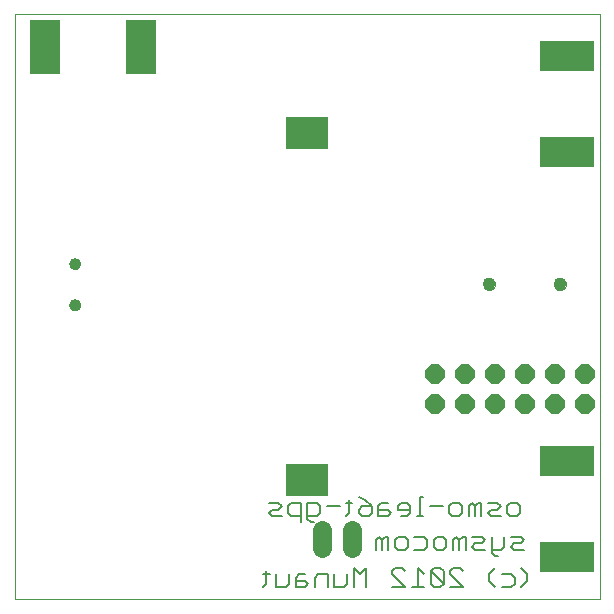
<source format=gbs>
G75*
G70*
%OFA0B0*%
%FSLAX24Y24*%
%IPPOS*%
%LPD*%
%AMOC8*
5,1,8,0,0,1.08239X$1,22.5*
%
%ADD10C,0.0000*%
%ADD11C,0.0060*%
%ADD12R,0.1040X0.1840*%
%ADD13R,0.1840X0.1040*%
%ADD14C,0.0394*%
%ADD15R,0.1418X0.1064*%
%ADD16C,0.0434*%
%ADD17OC8,0.0640*%
%ADD18C,0.0634*%
D10*
X000675Y000300D02*
X000675Y019800D01*
X020175Y019800D01*
X020175Y000300D01*
X000675Y000300D01*
X002498Y010111D02*
X002500Y010137D01*
X002506Y010163D01*
X002516Y010188D01*
X002529Y010211D01*
X002545Y010231D01*
X002565Y010249D01*
X002587Y010264D01*
X002610Y010276D01*
X002636Y010284D01*
X002662Y010288D01*
X002688Y010288D01*
X002714Y010284D01*
X002740Y010276D01*
X002764Y010264D01*
X002785Y010249D01*
X002805Y010231D01*
X002821Y010211D01*
X002834Y010188D01*
X002844Y010163D01*
X002850Y010137D01*
X002852Y010111D01*
X002850Y010085D01*
X002844Y010059D01*
X002834Y010034D01*
X002821Y010011D01*
X002805Y009991D01*
X002785Y009973D01*
X002763Y009958D01*
X002740Y009946D01*
X002714Y009938D01*
X002688Y009934D01*
X002662Y009934D01*
X002636Y009938D01*
X002610Y009946D01*
X002586Y009958D01*
X002565Y009973D01*
X002545Y009991D01*
X002529Y010011D01*
X002516Y010034D01*
X002506Y010059D01*
X002500Y010085D01*
X002498Y010111D01*
X002498Y011489D02*
X002500Y011515D01*
X002506Y011541D01*
X002516Y011566D01*
X002529Y011589D01*
X002545Y011609D01*
X002565Y011627D01*
X002587Y011642D01*
X002610Y011654D01*
X002636Y011662D01*
X002662Y011666D01*
X002688Y011666D01*
X002714Y011662D01*
X002740Y011654D01*
X002764Y011642D01*
X002785Y011627D01*
X002805Y011609D01*
X002821Y011589D01*
X002834Y011566D01*
X002844Y011541D01*
X002850Y011515D01*
X002852Y011489D01*
X002850Y011463D01*
X002844Y011437D01*
X002834Y011412D01*
X002821Y011389D01*
X002805Y011369D01*
X002785Y011351D01*
X002763Y011336D01*
X002740Y011324D01*
X002714Y011316D01*
X002688Y011312D01*
X002662Y011312D01*
X002636Y011316D01*
X002610Y011324D01*
X002586Y011336D01*
X002565Y011351D01*
X002545Y011369D01*
X002529Y011389D01*
X002516Y011412D01*
X002506Y011437D01*
X002500Y011463D01*
X002498Y011489D01*
X000800Y019800D02*
X005800Y019800D01*
X016297Y010800D02*
X016299Y010827D01*
X016305Y010854D01*
X016314Y010880D01*
X016327Y010904D01*
X016343Y010927D01*
X016362Y010946D01*
X016384Y010963D01*
X016408Y010977D01*
X016433Y010987D01*
X016460Y010994D01*
X016487Y010997D01*
X016515Y010996D01*
X016542Y010991D01*
X016568Y010983D01*
X016592Y010971D01*
X016615Y010955D01*
X016636Y010937D01*
X016653Y010916D01*
X016668Y010892D01*
X016679Y010867D01*
X016687Y010841D01*
X016691Y010814D01*
X016691Y010786D01*
X016687Y010759D01*
X016679Y010733D01*
X016668Y010708D01*
X016653Y010684D01*
X016636Y010663D01*
X016615Y010645D01*
X016593Y010629D01*
X016568Y010617D01*
X016542Y010609D01*
X016515Y010604D01*
X016487Y010603D01*
X016460Y010606D01*
X016433Y010613D01*
X016408Y010623D01*
X016384Y010637D01*
X016362Y010654D01*
X016343Y010673D01*
X016327Y010696D01*
X016314Y010720D01*
X016305Y010746D01*
X016299Y010773D01*
X016297Y010800D01*
X018659Y010800D02*
X018661Y010827D01*
X018667Y010854D01*
X018676Y010880D01*
X018689Y010904D01*
X018705Y010927D01*
X018724Y010946D01*
X018746Y010963D01*
X018770Y010977D01*
X018795Y010987D01*
X018822Y010994D01*
X018849Y010997D01*
X018877Y010996D01*
X018904Y010991D01*
X018930Y010983D01*
X018954Y010971D01*
X018977Y010955D01*
X018998Y010937D01*
X019015Y010916D01*
X019030Y010892D01*
X019041Y010867D01*
X019049Y010841D01*
X019053Y010814D01*
X019053Y010786D01*
X019049Y010759D01*
X019041Y010733D01*
X019030Y010708D01*
X019015Y010684D01*
X018998Y010663D01*
X018977Y010645D01*
X018955Y010629D01*
X018930Y010617D01*
X018904Y010609D01*
X018877Y010604D01*
X018849Y010603D01*
X018822Y010606D01*
X018795Y010613D01*
X018770Y010623D01*
X018746Y010637D01*
X018724Y010654D01*
X018705Y010673D01*
X018689Y010696D01*
X018676Y010720D01*
X018667Y010746D01*
X018661Y010773D01*
X018659Y010800D01*
X020175Y014300D02*
X020175Y019300D01*
X020175Y005800D02*
X020175Y000800D01*
D11*
X017770Y000919D02*
X017556Y000705D01*
X017340Y000812D02*
X017234Y000705D01*
X016913Y000705D01*
X016696Y000705D02*
X016482Y000919D01*
X016482Y001132D01*
X016696Y001346D01*
X016913Y001132D02*
X017234Y001132D01*
X017340Y001025D01*
X017340Y000812D01*
X017770Y000919D02*
X017770Y001132D01*
X017556Y001346D01*
X017645Y001955D02*
X017325Y001955D01*
X017218Y002062D01*
X017325Y002169D01*
X017538Y002169D01*
X017645Y002275D01*
X017538Y002382D01*
X017218Y002382D01*
X017000Y002382D02*
X017000Y002062D01*
X016894Y001955D01*
X016573Y001955D01*
X016573Y001848D02*
X016680Y001741D01*
X016787Y001741D01*
X016573Y001848D02*
X016573Y002382D01*
X016356Y002275D02*
X016249Y002169D01*
X016036Y002169D01*
X015929Y002062D01*
X016036Y001955D01*
X016356Y001955D01*
X016356Y002275D02*
X016249Y002382D01*
X015929Y002382D01*
X015711Y002382D02*
X015605Y002382D01*
X015498Y002275D01*
X015391Y002382D01*
X015284Y002275D01*
X015284Y001955D01*
X015498Y001955D02*
X015498Y002275D01*
X015711Y002382D02*
X015711Y001955D01*
X015515Y001346D02*
X015301Y001346D01*
X015194Y001239D01*
X015194Y001132D01*
X015622Y000705D01*
X015194Y000705D01*
X014977Y000812D02*
X014550Y001239D01*
X014550Y000812D01*
X014657Y000705D01*
X014870Y000705D01*
X014977Y000812D01*
X014977Y001239D01*
X014870Y001346D01*
X014657Y001346D01*
X014550Y001239D01*
X014332Y001132D02*
X014119Y001346D01*
X014119Y000705D01*
X014332Y000705D02*
X013905Y000705D01*
X013688Y000705D02*
X013261Y001132D01*
X013261Y001239D01*
X013368Y001346D01*
X013581Y001346D01*
X013688Y001239D01*
X013688Y000705D02*
X013261Y000705D01*
X012399Y000705D02*
X012399Y001346D01*
X012185Y001132D01*
X011972Y001346D01*
X011972Y000705D01*
X011754Y000812D02*
X011647Y000705D01*
X011327Y000705D01*
X011327Y001132D01*
X011110Y001132D02*
X010789Y001132D01*
X010683Y001025D01*
X010683Y000705D01*
X010465Y000812D02*
X010358Y000919D01*
X010038Y000919D01*
X010038Y001025D02*
X010038Y000705D01*
X010358Y000705D01*
X010465Y000812D01*
X010358Y001132D02*
X010145Y001132D01*
X010038Y001025D01*
X009821Y001132D02*
X009821Y000812D01*
X009714Y000705D01*
X009394Y000705D01*
X009394Y001132D01*
X009176Y001132D02*
X008962Y001132D01*
X009069Y001239D02*
X009069Y000812D01*
X008962Y000705D01*
X011110Y000705D02*
X011110Y001132D01*
X011754Y001132D02*
X011754Y000812D01*
X012706Y001955D02*
X012706Y002275D01*
X012813Y002382D01*
X012920Y002275D01*
X012920Y001955D01*
X013133Y001955D02*
X013133Y002382D01*
X013026Y002382D01*
X012920Y002275D01*
X013351Y002275D02*
X013351Y002062D01*
X013457Y001955D01*
X013671Y001955D01*
X013778Y002062D01*
X013778Y002275D01*
X013671Y002382D01*
X013457Y002382D01*
X013351Y002275D01*
X013995Y002382D02*
X014315Y002382D01*
X014422Y002275D01*
X014422Y002062D01*
X014315Y001955D01*
X013995Y001955D01*
X014640Y002062D02*
X014640Y002275D01*
X014747Y002382D01*
X014960Y002382D01*
X015067Y002275D01*
X015067Y002062D01*
X014960Y001955D01*
X014747Y001955D01*
X014640Y002062D01*
X015515Y001346D02*
X015622Y001239D01*
X015480Y003080D02*
X015266Y003080D01*
X015159Y003187D01*
X015159Y003400D01*
X015266Y003507D01*
X015480Y003507D01*
X015586Y003400D01*
X015586Y003187D01*
X015480Y003080D01*
X015804Y003080D02*
X015804Y003400D01*
X015911Y003507D01*
X016017Y003400D01*
X016017Y003080D01*
X016231Y003080D02*
X016231Y003507D01*
X016124Y003507D01*
X016017Y003400D01*
X016448Y003507D02*
X016769Y003507D01*
X016875Y003400D01*
X016769Y003294D01*
X016555Y003294D01*
X016448Y003187D01*
X016555Y003080D01*
X016875Y003080D01*
X017093Y003187D02*
X017093Y003400D01*
X017200Y003507D01*
X017413Y003507D01*
X017520Y003400D01*
X017520Y003187D01*
X017413Y003080D01*
X017200Y003080D01*
X017093Y003187D01*
X014942Y003400D02*
X014515Y003400D01*
X014297Y003080D02*
X014084Y003080D01*
X014190Y003080D02*
X014190Y003721D01*
X014297Y003721D01*
X013868Y003400D02*
X013868Y003187D01*
X013761Y003080D01*
X013547Y003080D01*
X013441Y003294D02*
X013441Y003400D01*
X013547Y003507D01*
X013761Y003507D01*
X013868Y003400D01*
X013868Y003294D02*
X013441Y003294D01*
X013223Y003187D02*
X013116Y003294D01*
X012796Y003294D01*
X012796Y003400D02*
X012796Y003080D01*
X013116Y003080D01*
X013223Y003187D01*
X013116Y003507D02*
X012903Y003507D01*
X012796Y003400D01*
X012578Y003400D02*
X012578Y003187D01*
X012472Y003080D01*
X012258Y003080D01*
X012151Y003187D01*
X012151Y003294D01*
X012258Y003400D01*
X012578Y003400D01*
X012365Y003614D01*
X012151Y003721D01*
X011934Y003507D02*
X011720Y003507D01*
X011827Y003614D02*
X011827Y003187D01*
X011720Y003080D01*
X011504Y003400D02*
X011077Y003400D01*
X010860Y003400D02*
X010860Y003187D01*
X010753Y003080D01*
X010433Y003080D01*
X010433Y002973D02*
X010433Y003507D01*
X010753Y003507D01*
X010860Y003400D01*
X010646Y002866D02*
X010539Y002866D01*
X010433Y002973D01*
X010215Y002866D02*
X010215Y003507D01*
X009895Y003507D01*
X009788Y003400D01*
X009788Y003187D01*
X009895Y003080D01*
X010215Y003080D01*
X009571Y003080D02*
X009250Y003080D01*
X009144Y003187D01*
X009250Y003294D01*
X009464Y003294D01*
X009571Y003400D01*
X009464Y003507D01*
X009144Y003507D01*
D12*
X004900Y018700D03*
X001700Y018700D03*
D13*
X019075Y018400D03*
X019075Y015200D03*
X019075Y004900D03*
X019075Y001700D03*
D14*
X002675Y010111D03*
X002675Y011489D03*
D15*
X010425Y015837D03*
X010425Y004263D03*
D16*
X016494Y010800D03*
X018856Y010800D03*
D17*
X018675Y007800D03*
X018675Y006800D03*
X017675Y006800D03*
X017675Y007800D03*
X016675Y007800D03*
X016675Y006800D03*
X015675Y006800D03*
X015675Y007800D03*
X014675Y007800D03*
X014675Y006800D03*
X019675Y006800D03*
X019675Y007800D03*
D18*
X011925Y002597D02*
X011925Y002003D01*
X010925Y002003D02*
X010925Y002597D01*
M02*

</source>
